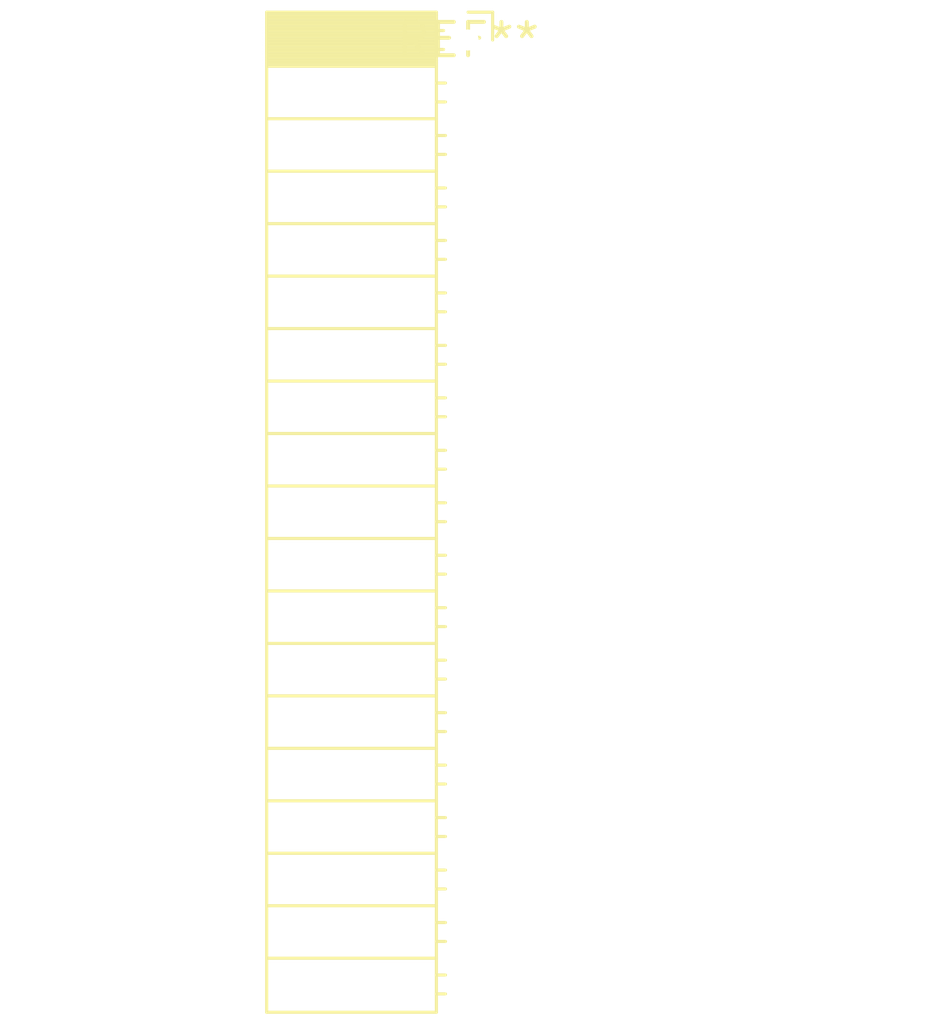
<source format=kicad_pcb>
(kicad_pcb (version 20240108) (generator pcbnew)
  (layers (0 "F.Cu" signal) (31 "B.Cu" signal) (34 "B.Paste" user) (35 "F.Paste" user) (36 "B.SilkS" user "B.Silkscreen") (37 "F.SilkS" user "F.Silkscreen") (38 "B.Mask" user) (39 "F.Mask" user) (44 "Edge.Cuts" user))
  (net 0 "")
  (footprint "PinSocket_1x19_P2.00mm_Horizontal" (layer "F.Cu") (at 0 0)
    (property "Reference" "REF**")
    (property "Value" "PinSocket_1x19_P2.00mm_Horizontal")
    (fp_line (start -7.68 -1.06) (end -7.68 37.06) (layer "F.SilkS") (stroke (width 0.12)))
    (fp_line (start -7.68 -1.06) (end -1.21 -1.06) (layer "F.SilkS") (stroke (width 0.12)))
    (fp_line (start -7.68 -0.94) (end -1.21 -0.94) (layer "F.SilkS") (stroke (width 0.12)))
    (fp_line (start -7.68 -0.825882) (end -1.21 -0.825882) (layer "F.SilkS") (stroke (width 0.12)))
    (fp_line (start -7.68 -0.711764) (end -1.21 -0.711764) (layer "F.SilkS") (stroke (width 0.12)))
    (fp_line (start -7.68 -0.597646) (end -1.21 -0.597646) (layer "F.SilkS") (stroke (width 0.12)))
    (fp_line (start -7.68 -0.483528) (end -1.21 -0.483528) (layer "F.SilkS") (stroke (width 0.12)))
    (fp_line (start -7.68 -0.36941) (end -1.21 -0.36941) (layer "F.SilkS") (stroke (width 0.12)))
    (fp_line (start -7.68 -0.255292) (end -1.21 -0.255292) (layer "F.SilkS") (stroke (width 0.12)))
    (fp_line (start -7.68 -0.141174) (end -1.21 -0.141174) (layer "F.SilkS") (stroke (width 0.12)))
    (fp_line (start -7.68 -0.027056) (end -1.21 -0.027056) (layer "F.SilkS") (stroke (width 0.12)))
    (fp_line (start -7.68 0.087062) (end -1.21 0.087062) (layer "F.SilkS") (stroke (width 0.12)))
    (fp_line (start -7.68 0.20118) (end -1.21 0.20118) (layer "F.SilkS") (stroke (width 0.12)))
    (fp_line (start -7.68 0.315298) (end -1.21 0.315298) (layer "F.SilkS") (stroke (width 0.12)))
    (fp_line (start -7.68 0.429416) (end -1.21 0.429416) (layer "F.SilkS") (stroke (width 0.12)))
    (fp_line (start -7.68 0.543534) (end -1.21 0.543534) (layer "F.SilkS") (stroke (width 0.12)))
    (fp_line (start -7.68 0.657652) (end -1.21 0.657652) (layer "F.SilkS") (stroke (width 0.12)))
    (fp_line (start -7.68 0.77177) (end -1.21 0.77177) (layer "F.SilkS") (stroke (width 0.12)))
    (fp_line (start -7.68 0.885888) (end -1.21 0.885888) (layer "F.SilkS") (stroke (width 0.12)))
    (fp_line (start -7.68 1) (end -1.21 1) (layer "F.SilkS") (stroke (width 0.12)))
    (fp_line (start -7.68 3) (end -1.21 3) (layer "F.SilkS") (stroke (width 0.12)))
    (fp_line (start -7.68 5) (end -1.21 5) (layer "F.SilkS") (stroke (width 0.12)))
    (fp_line (start -7.68 7) (end -1.21 7) (layer "F.SilkS") (stroke (width 0.12)))
    (fp_line (start -7.68 9) (end -1.21 9) (layer "F.SilkS") (stroke (width 0.12)))
    (fp_line (start -7.68 11) (end -1.21 11) (layer "F.SilkS") (stroke (width 0.12)))
    (fp_line (start -7.68 13) (end -1.21 13) (layer "F.SilkS") (stroke (width 0.12)))
    (fp_line (start -7.68 15) (end -1.21 15) (layer "F.SilkS") (stroke (width 0.12)))
    (fp_line (start -7.68 17) (end -1.21 17) (layer "F.SilkS") (stroke (width 0.12)))
    (fp_line (start -7.68 19) (end -1.21 19) (layer "F.SilkS") (stroke (width 0.12)))
    (fp_line (start -7.68 21) (end -1.21 21) (layer "F.SilkS") (stroke (width 0.12)))
    (fp_line (start -7.68 23) (end -1.21 23) (layer "F.SilkS") (stroke (width 0.12)))
    (fp_line (start -7.68 25) (end -1.21 25) (layer "F.SilkS") (stroke (width 0.12)))
    (fp_line (start -7.68 27) (end -1.21 27) (layer "F.SilkS") (stroke (width 0.12)))
    (fp_line (start -7.68 29) (end -1.21 29) (layer "F.SilkS") (stroke (width 0.12)))
    (fp_line (start -7.68 31) (end -1.21 31) (layer "F.SilkS") (stroke (width 0.12)))
    (fp_line (start -7.68 33) (end -1.21 33) (layer "F.SilkS") (stroke (width 0.12)))
    (fp_line (start -7.68 35) (end -1.21 35) (layer "F.SilkS") (stroke (width 0.12)))
    (fp_line (start -7.68 37.06) (end -1.21 37.06) (layer "F.SilkS") (stroke (width 0.12)))
    (fp_line (start -1.21 -1.06) (end -1.21 37.06) (layer "F.SilkS") (stroke (width 0.12)))
    (fp_line (start -1.21 -0.36) (end -0.935 -0.36) (layer "F.SilkS") (stroke (width 0.12)))
    (fp_line (start -1.21 0.36) (end -0.935 0.36) (layer "F.SilkS") (stroke (width 0.12)))
    (fp_line (start -1.21 1.64) (end -0.862917 1.64) (layer "F.SilkS") (stroke (width 0.12)))
    (fp_line (start -1.21 2.36) (end -0.862917 2.36) (layer "F.SilkS") (stroke (width 0.12)))
    (fp_line (start -1.21 3.64) (end -0.862917 3.64) (layer "F.SilkS") (stroke (width 0.12)))
    (fp_line (start -1.21 4.36) (end -0.862917 4.36) (layer "F.SilkS") (stroke (width 0.12)))
    (fp_line (start -1.21 5.64) (end -0.862917 5.64) (layer "F.SilkS") (stroke (width 0.12)))
    (fp_line (start -1.21 6.36) (end -0.862917 6.36) (layer "F.SilkS") (stroke (width 0.12)))
    (fp_line (start -1.21 7.64) (end -0.862917 7.64) (layer "F.SilkS") (stroke (width 0.12)))
    (fp_line (start -1.21 8.36) (end -0.862917 8.36) (layer "F.SilkS") (stroke (width 0.12)))
    (fp_line (start -1.21 9.64) (end -0.862917 9.64) (layer "F.SilkS") (stroke (width 0.12)))
    (fp_line (start -1.21 10.36) (end -0.862917 10.36) (layer "F.SilkS") (stroke (width 0.12)))
    (fp_line (start -1.21 11.64) (end -0.862917 11.64) (layer "F.SilkS") (stroke (width 0.12)))
    (fp_line (start -1.21 12.36) (end -0.862917 12.36) (layer "F.SilkS") (stroke (width 0.12)))
    (fp_line (start -1.21 13.64) (end -0.862917 13.64) (layer "F.SilkS") (stroke (width 0.12)))
    (fp_line (start -1.21 14.36) (end -0.862917 14.36) (layer "F.SilkS") (stroke (width 0.12)))
    (fp_line (start -1.21 15.64) (end -0.862917 15.64) (layer "F.SilkS") (stroke (width 0.12)))
    (fp_line (start -1.21 16.36) (end -0.862917 16.36) (layer "F.SilkS") (stroke (width 0.12)))
    (fp_line (start -1.21 17.64) (end -0.862917 17.64) (layer "F.SilkS") (stroke (width 0.12)))
    (fp_line (start -1.21 18.36) (end -0.862917 18.36) (layer "F.SilkS") (stroke (width 0.12)))
    (fp_line (start -1.21 19.64) (end -0.862917 19.64) (layer "F.SilkS") (stroke (width 0.12)))
    (fp_line (start -1.21 20.36) (end -0.862917 20.36) (layer "F.SilkS") (stroke (width 0.12)))
    (fp_line (start -1.21 21.64) (end -0.862917 21.64) (layer "F.SilkS") (stroke (width 0.12)))
    (fp_line (start -1.21 22.36) (end -0.862917 22.36) (layer "F.SilkS") (stroke (width 0.12)))
    (fp_line (start -1.21 23.64) (end -0.862917 23.64) (layer "F.SilkS") (stroke (width 0.12)))
    (fp_line (start -1.21 24.36) (end -0.862917 24.36) (layer "F.SilkS") (stroke (width 0.12)))
    (fp_line (start -1.21 25.64) (end -0.862917 25.64) (layer "F.SilkS") (stroke (width 0.12)))
    (fp_line (start -1.21 26.36) (end -0.862917 26.36) (layer "F.SilkS") (stroke (width 0.12)))
    (fp_line (start -1.21 27.64) (end -0.862917 27.64) (layer "F.SilkS") (stroke (width 0.12)))
    (fp_line (start -1.21 28.36) (end -0.862917 28.36) (layer "F.SilkS") (stroke (width 0.12)))
    (fp_line (start -1.21 29.64) (end -0.862917 29.64) (layer "F.SilkS") (stroke (width 0.12)))
    (fp_line (start -1.21 30.36) (end -0.862917 30.36) (layer "F.SilkS") (stroke (width 0.12)))
    (fp_line (start -1.21 31.64) (end -0.862917 31.64) (layer "F.SilkS") (stroke (width 0.12)))
    (fp_line (start -1.21 32.36) (end -0.862917 32.36) (layer "F.SilkS") (stroke (width 0.12)))
    (fp_line (start -1.21 33.64) (end -0.862917 33.64) (layer "F.SilkS") (stroke (width 0.12)))
    (fp_line (start -1.21 34.36) (end -0.862917 34.36) (layer "F.SilkS") (stroke (width 0.12)))
    (fp_line (start -1.21 35.64) (end -0.862917 35.64) (layer "F.SilkS") (stroke (width 0.12)))
    (fp_line (start -1.21 36.36) (end -0.862917 36.36) (layer "F.SilkS") (stroke (width 0.12)))
    (fp_line (start 0 -1.06) (end 0.935 -1.06) (layer "F.SilkS") (stroke (width 0.12)))
    (fp_line (start 0.935 -1.06) (end 0.935 0) (layer "F.SilkS") (stroke (width 0.12)))
    (pad "1" thru_hole rect (at 0 0) (size 1.35 1.35) (drill 0.8) (layers *.Cu *.Mask) (remove_unused_layers))
    (pad "2" thru_hole oval (at 0 2) (size 1.35 1.35) (drill 0.8) (layers *.Cu *.Mask) (remove_unused_layers))
    (pad "3" thru_hole oval (at 0 4) (size 1.35 1.35) (drill 0.8) (layers *.Cu *.Mask) (remove_unused_layers))
    (pad "4" thru_hole oval (at 0 6) (size 1.35 1.35) (drill 0.8) (layers *.Cu *.Mask) (remove_unused_layers))
    (pad "5" thru_hole oval (at 0 8) (size 1.35 1.35) (drill 0.8) (layers *.Cu *.Mask) (remove_unused_layers))
    (pad "6" thru_hole oval (at 0 10) (size 1.35 1.35) (drill 0.8) (layers *.Cu *.Mask) (remove_unused_layers))
    (pad "7" thru_hole oval (at 0 12) (size 1.35 1.35) (drill 0.8) (layers *.Cu *.Mask) (remove_unused_layers))
    (pad "8" thru_hole oval (at 0 14) (size 1.35 1.35) (drill 0.8) (layers *.Cu *.Mask) (remove_unused_layers))
    (pad "9" thru_hole oval (at 0 16) (size 1.35 1.35) (drill 0.8) (layers *.Cu *.Mask) (remove_unused_layers))
    (pad "10" thru_hole oval (at 0 18) (size 1.35 1.35) (drill 0.8) (layers *.Cu *.Mask) (remove_unused_layers))
    (pad "11" thru_hole oval (at 0 20) (size 1.35 1.35) (drill 0.8) (layers *.Cu *.Mask) (remove_unused_layers))
    (pad "12" thru_hole oval (at 0 22) (size 1.35 1.35) (drill 0.8) (layers *.Cu *.Mask) (remove_unused_layers))
    (pad "13" thru_hole oval (at 0 24) (size 1.35 1.35) (drill 0.8) (layers *.Cu *.Mask) (remove_unused_layers))
    (pad "14" thru_hole oval (at 0 26) (size 1.35 1.35) (drill 0.8) (layers *.Cu *.Mask) (remove_unused_layers))
    (pad "15" thru_hole oval (at 0 28) (size 1.35 1.35) (drill 0.8) (layers *.Cu *.Mask) (remove_unused_layers))
    (pad "16" thru_hole oval (at 0 30) (size 1.35 1.35) (drill 0.8) (layers *.Cu *.Mask) (remove_unused_layers))
    (pad "17" thru_hole oval (at 0 32) (size 1.35 1.35) (drill 0.8) (layers *.Cu *.Mask) (remove_unused_layers))
    (pad "18" thru_hole oval (at 0 34) (size 1.35 1.35) (drill 0.8) (layers *.Cu *.Mask) (remove_unused_layers))
    (pad "19" thru_hole oval (at 0 36) (size 1.35 1.35) (drill 0.8) (layers *.Cu *.Mask) (remove_unused_layers))
  )
)
</source>
